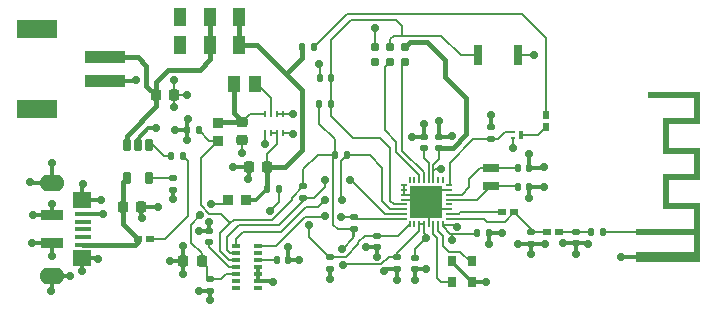
<source format=gtl>
%TF.GenerationSoftware,KiCad,Pcbnew,9.0.3*%
%TF.CreationDate,2025-09-07T14:34:17+02:00*%
%TF.ProjectId,LoTiBloxy,4c6f5469-426c-46f7-9879-2e6b69636164,rev?*%
%TF.SameCoordinates,Original*%
%TF.FileFunction,Copper,L1,Top*%
%TF.FilePolarity,Positive*%
%FSLAX46Y46*%
G04 Gerber Fmt 4.6, Leading zero omitted, Abs format (unit mm)*
G04 Created by KiCad (PCBNEW 9.0.3) date 2025-09-07 14:34:17*
%MOMM*%
%LPD*%
G01*
G04 APERTURE LIST*
G04 Aperture macros list*
%AMRoundRect*
0 Rectangle with rounded corners*
0 $1 Rounding radius*
0 $2 $3 $4 $5 $6 $7 $8 $9 X,Y pos of 4 corners*
0 Add a 4 corners polygon primitive as box body*
4,1,4,$2,$3,$4,$5,$6,$7,$8,$9,$2,$3,0*
0 Add four circle primitives for the rounded corners*
1,1,$1+$1,$2,$3*
1,1,$1+$1,$4,$5*
1,1,$1+$1,$6,$7*
1,1,$1+$1,$8,$9*
0 Add four rect primitives between the rounded corners*
20,1,$1+$1,$2,$3,$4,$5,0*
20,1,$1+$1,$4,$5,$6,$7,0*
20,1,$1+$1,$6,$7,$8,$9,0*
20,1,$1+$1,$8,$9,$2,$3,0*%
G04 Aperture macros list end*
%TA.AperFunction,EtchedComponent*%
%ADD10C,0.000000*%
%TD*%
%TA.AperFunction,SMDPad,CuDef*%
%ADD11R,3.403600X1.498600*%
%TD*%
%TA.AperFunction,SMDPad,CuDef*%
%ADD12R,3.505200X0.990600*%
%TD*%
%TA.AperFunction,ConnectorPad*%
%ADD13R,0.500000X0.500000*%
%TD*%
%TA.AperFunction,SMDPad,CuDef*%
%ADD14R,0.500000X0.900000*%
%TD*%
%TA.AperFunction,SMDPad,CuDef*%
%ADD15RoundRect,0.135000X-0.135000X-0.185000X0.135000X-0.185000X0.135000X0.185000X-0.135000X0.185000X0*%
%TD*%
%TA.AperFunction,SMDPad,CuDef*%
%ADD16R,0.939800X0.965200*%
%TD*%
%TA.AperFunction,SMDPad,CuDef*%
%ADD17RoundRect,0.140000X-0.170000X0.140000X-0.170000X-0.140000X0.170000X-0.140000X0.170000X0.140000X0*%
%TD*%
%TA.AperFunction,SMDPad,CuDef*%
%ADD18RoundRect,0.140000X0.140000X0.170000X-0.140000X0.170000X-0.140000X-0.170000X0.140000X-0.170000X0*%
%TD*%
%TA.AperFunction,SMDPad,CuDef*%
%ADD19RoundRect,0.225000X0.225000X0.250000X-0.225000X0.250000X-0.225000X-0.250000X0.225000X-0.250000X0*%
%TD*%
%TA.AperFunction,SMDPad,CuDef*%
%ADD20R,1.397000X0.698500*%
%TD*%
%TA.AperFunction,SMDPad,CuDef*%
%ADD21R,1.100000X1.420000*%
%TD*%
%TA.AperFunction,SMDPad,CuDef*%
%ADD22R,0.711200X0.558800*%
%TD*%
%TA.AperFunction,SMDPad,CuDef*%
%ADD23R,0.660400X0.609600*%
%TD*%
%TA.AperFunction,SMDPad,CuDef*%
%ADD24R,0.660400X0.399998*%
%TD*%
%TA.AperFunction,SMDPad,CuDef*%
%ADD25R,0.660400X0.400000*%
%TD*%
%TA.AperFunction,SMDPad,CuDef*%
%ADD26R,0.657700X0.400000*%
%TD*%
%TA.AperFunction,SMDPad,CuDef*%
%ADD27R,0.400000X0.250000*%
%TD*%
%TA.AperFunction,SMDPad,CuDef*%
%ADD28R,0.400000X0.700000*%
%TD*%
%TA.AperFunction,SMDPad,CuDef*%
%ADD29RoundRect,0.140000X-0.140000X-0.170000X0.140000X-0.170000X0.140000X0.170000X-0.140000X0.170000X0*%
%TD*%
%TA.AperFunction,SMDPad,CuDef*%
%ADD30RoundRect,0.150000X-0.150000X0.400000X-0.150000X-0.400000X0.150000X-0.400000X0.150000X0.400000X0*%
%TD*%
%TA.AperFunction,SMDPad,CuDef*%
%ADD31R,1.000000X1.600000*%
%TD*%
%TA.AperFunction,SMDPad,CuDef*%
%ADD32RoundRect,0.135000X-0.185000X0.135000X-0.185000X-0.135000X0.185000X-0.135000X0.185000X0.135000X0*%
%TD*%
%TA.AperFunction,SMDPad,CuDef*%
%ADD33RoundRect,0.225000X-0.250000X0.225000X-0.250000X-0.225000X0.250000X-0.225000X0.250000X0.225000X0*%
%TD*%
%TA.AperFunction,SMDPad,CuDef*%
%ADD34R,0.762000X0.965200*%
%TD*%
%TA.AperFunction,SMDPad,CuDef*%
%ADD35R,0.609600X0.660400*%
%TD*%
%TA.AperFunction,SMDPad,CuDef*%
%ADD36RoundRect,0.225000X-0.225000X-0.250000X0.225000X-0.250000X0.225000X0.250000X-0.225000X0.250000X0*%
%TD*%
%TA.AperFunction,ConnectorPad*%
%ADD37C,0.787400*%
%TD*%
%TA.AperFunction,SMDPad,CuDef*%
%ADD38R,0.253996X0.604900*%
%TD*%
%TA.AperFunction,SMDPad,CuDef*%
%ADD39R,0.254000X0.604900*%
%TD*%
%TA.AperFunction,SMDPad,CuDef*%
%ADD40RoundRect,0.140000X0.170000X-0.140000X0.170000X0.140000X-0.170000X0.140000X-0.170000X-0.140000X0*%
%TD*%
%TA.AperFunction,SMDPad,CuDef*%
%ADD41O,0.599999X0.200000*%
%TD*%
%TA.AperFunction,SMDPad,CuDef*%
%ADD42O,0.200000X0.599999*%
%TD*%
%TA.AperFunction,ComponentPad*%
%ADD43C,0.600000*%
%TD*%
%TA.AperFunction,SMDPad,CuDef*%
%ADD44R,2.799999X2.799999*%
%TD*%
%TA.AperFunction,SMDPad,CuDef*%
%ADD45R,1.371600X0.457200*%
%TD*%
%TA.AperFunction,SMDPad,CuDef*%
%ADD46R,1.371600X0.448601*%
%TD*%
%TA.AperFunction,SMDPad,CuDef*%
%ADD47R,1.371600X0.448600*%
%TD*%
%TA.AperFunction,SMDPad,CuDef*%
%ADD48R,1.371600X0.439998*%
%TD*%
%TA.AperFunction,ComponentPad*%
%ADD49O,2.108200X1.422400*%
%TD*%
%TA.AperFunction,SMDPad,CuDef*%
%ADD50R,1.549400X1.422400*%
%TD*%
%TA.AperFunction,SMDPad,CuDef*%
%ADD51R,1.905000X0.889000*%
%TD*%
%TA.AperFunction,SMDPad,CuDef*%
%ADD52RoundRect,0.135000X0.185000X-0.135000X0.185000X0.135000X-0.185000X0.135000X-0.185000X-0.135000X0*%
%TD*%
%TA.AperFunction,SMDPad,CuDef*%
%ADD53RoundRect,0.135000X0.135000X0.185000X-0.135000X0.185000X-0.135000X-0.185000X0.135000X-0.185000X0*%
%TD*%
%TA.AperFunction,SMDPad,CuDef*%
%ADD54R,0.800000X1.700000*%
%TD*%
%TA.AperFunction,SMDPad,CuDef*%
%ADD55R,0.965200X0.939800*%
%TD*%
%TA.AperFunction,ViaPad*%
%ADD56C,0.700000*%
%TD*%
%TA.AperFunction,Conductor*%
%ADD57C,0.200000*%
%TD*%
%TA.AperFunction,Conductor*%
%ADD58C,0.350000*%
%TD*%
%TA.AperFunction,Conductor*%
%ADD59C,0.400000*%
%TD*%
G04 APERTURE END LIST*
D10*
%TA.AperFunction,EtchedComponent*%
%TO.C,AE2*%
G36*
X137750000Y-92668196D02*
G01*
X135110000Y-92668196D01*
X135110000Y-94668196D01*
X137750000Y-94668196D01*
X137750000Y-97368196D01*
X135110000Y-97368196D01*
X135110000Y-99368196D01*
X137750000Y-99368196D01*
X137750000Y-104368196D01*
X132593215Y-104368196D01*
X132350000Y-104368196D01*
X132350000Y-103943352D01*
X132453957Y-103943352D01*
X132466065Y-103986015D01*
X132470419Y-103993927D01*
X132503203Y-104031870D01*
X132545605Y-104055938D01*
X132593215Y-104065779D01*
X132641622Y-104061043D01*
X132686416Y-104041381D01*
X132723186Y-104006441D01*
X132740092Y-103973549D01*
X132747982Y-103925463D01*
X132741408Y-103875878D01*
X132721313Y-103830568D01*
X132688643Y-103795308D01*
X132656417Y-103778414D01*
X132608158Y-103769974D01*
X132558632Y-103776505D01*
X132513447Y-103797064D01*
X132478213Y-103830707D01*
X132467600Y-103849318D01*
X132454700Y-103894833D01*
X132453957Y-103943352D01*
X132350000Y-103943352D01*
X132350000Y-103468196D01*
X137250000Y-103468196D01*
X137250000Y-102068196D01*
X132350000Y-102068196D01*
X132350000Y-101568196D01*
X137250000Y-101568196D01*
X137250000Y-99868196D01*
X134610000Y-99868196D01*
X134610000Y-96868196D01*
X137250000Y-96868196D01*
X137250000Y-95168196D01*
X134610000Y-95168196D01*
X134610000Y-92168196D01*
X137250000Y-92168196D01*
X137250000Y-90468196D01*
X133310000Y-90468196D01*
X133310000Y-89968196D01*
X137750000Y-89968196D01*
X137750000Y-92668196D01*
G37*
%TD.AperFunction*%
%TD*%
D11*
%TO.P,J2,4*%
%TO.N,N/C*%
X81605299Y-91350001D03*
%TO.P,J2,3*%
X81605299Y-84649999D03*
D12*
%TO.P,J2,2,2*%
%TO.N,GND*%
X87355300Y-89000001D03*
%TO.P,J2,1,1*%
%TO.N,/PowerSection/VBAT*%
X87355300Y-86999999D03*
%TD*%
D13*
%TO.P,AE2,1,A*%
%TO.N,/MCU/FEED*%
X132600000Y-101818196D03*
D14*
%TO.P,AE2,2,Shield*%
%TO.N,GND*%
X132600000Y-103918196D03*
%TD*%
D15*
%TO.P,R1,1*%
%TO.N,/VDD_1V8*%
X106805000Y-95300000D03*
%TO.P,R1,2*%
%TO.N,/SDA*%
X107825000Y-95300000D03*
%TD*%
D16*
%TO.P,FB1,1*%
%TO.N,/PowerSection/VOS*%
X96910000Y-92575700D03*
%TO.P,FB1,2*%
%TO.N,/VDD_1V8*%
X96910000Y-94074300D03*
%TD*%
D17*
%TO.P,C21,1*%
%TO.N,/MCU/batCheck*%
X110388192Y-102120000D03*
%TO.P,C21,2*%
%TO.N,GND*%
X110388192Y-103080000D03*
%TD*%
D18*
%TO.P,C7,1*%
%TO.N,/VDD_1V8*%
X95280000Y-93200000D03*
%TO.P,C7,2*%
%TO.N,GND*%
X94320000Y-93200000D03*
%TD*%
D17*
%TO.P,C13,1*%
%TO.N,/VDD_1V8*%
X113600000Y-103970000D03*
%TO.P,C13,2*%
%TO.N,GND*%
X113600000Y-104930000D03*
%TD*%
D19*
%TO.P,C10,1*%
%TO.N,/VSYS*%
X101054200Y-96316800D03*
%TO.P,C10,2*%
%TO.N,GND*%
X99504200Y-96316800D03*
%TD*%
D20*
%TO.P,XTAL1,1,1*%
%TO.N,/MCU/x32_Q2*%
X120015000Y-96399350D03*
%TO.P,XTAL1,2,2*%
%TO.N,/MCU/x32_Q1*%
X120015000Y-97910650D03*
%TD*%
D21*
%TO.P,L1,1,1*%
%TO.N,/PowerSection/SW*%
X100035000Y-89300000D03*
%TO.P,L1,2,2*%
%TO.N,/PowerSection/VOS*%
X98265000Y-89300000D03*
%TD*%
D22*
%TO.P,L5,1,1*%
%TO.N,/MCU/RFP*%
X124769300Y-101818196D03*
%TO.P,L5,2,2*%
%TO.N,/MCU/AntsCaps*%
X125810700Y-101818196D03*
%TD*%
D23*
%TO.P,D1,1,K*%
%TO.N,Net-(D1-K)*%
X91180273Y-102404419D03*
%TO.P,D1,2,A*%
%TO.N,/PowerSection/VBUS*%
X90138873Y-102404419D03*
%TD*%
D15*
%TO.P,R9,1*%
%TO.N,/VSYS*%
X104036400Y-86106000D03*
%TO.P,R9,2*%
%TO.N,Net-(D2-A)*%
X105056400Y-86106000D03*
%TD*%
D17*
%TO.P,C5,1*%
%TO.N,/MCU/AntsCaps*%
X127240000Y-101788196D03*
%TO.P,C5,2*%
%TO.N,GND*%
X127240000Y-102748196D03*
%TD*%
D24*
%TO.P,U1,1,SDA*%
%TO.N,/SDA*%
X98425000Y-102975001D03*
D25*
%TO.P,U1,2,SCL*%
%TO.N,/SCL*%
X98425000Y-103575000D03*
D24*
%TO.P,U1,3,LDO_EN*%
%TO.N,/VDD_1V8*%
X98425000Y-104175001D03*
D25*
%TO.P,U1,4,VLDO*%
%TO.N,/sensor/VLDO*%
X98425000Y-104775000D03*
%TO.P,U1,5,VLED*%
%TO.N,/VLED*%
X98425000Y-105375000D03*
%TO.P,U1,6,NC*%
%TO.N,unconnected-(U1-NC-Pad6)*%
X98425000Y-105975000D03*
%TO.P,U1,7,NC*%
%TO.N,unconnected-(U1-NC-Pad7)*%
X98425000Y-106575000D03*
%TO.P,U1,8,NC*%
%TO.N,unconnected-(U1-NC-Pad8)*%
X100330000Y-106575000D03*
%TO.P,U1,9,PGND*%
%TO.N,GND*%
X100330000Y-105975000D03*
%TO.P,U1,10,GND_DIG*%
X100330000Y-105375000D03*
D26*
%TO.P,U1,11,GND_ANA*%
X100331350Y-104775000D03*
D24*
%TO.P,U1,12,VREF*%
%TO.N,/sensor/VREF*%
X100330000Y-104175001D03*
D25*
%TO.P,U1,13,GPIO*%
%TO.N,unconnected-(U1-GPIO-Pad13)*%
X100330000Y-103575000D03*
D24*
%TO.P,U1,14,INTB*%
%TO.N,/INTB*%
X100330000Y-102975001D03*
%TD*%
D22*
%TO.P,L4,1,1*%
%TO.N,/MCU/RFN*%
X120919300Y-100118196D03*
%TO.P,L4,2,2*%
%TO.N,/MCU/RFP*%
X121960700Y-100118196D03*
%TD*%
D27*
%TO.P,Q1,1,G*%
%TO.N,/MCU/statusCtrl*%
X121900000Y-93375001D03*
D28*
%TO.P,Q1,2,D*%
%TO.N,Net-(D2-K)*%
X122600000Y-93600000D03*
D27*
%TO.P,Q1,3,S*%
%TO.N,GND*%
X121900000Y-93824999D03*
%TD*%
D29*
%TO.P,C15,1*%
%TO.N,/MCU/x32_Q2*%
X122285000Y-96355000D03*
%TO.P,C15,2*%
%TO.N,GND*%
X123245000Y-96355000D03*
%TD*%
%TO.P,C6,1*%
%TO.N,/MCU/AntsCaps*%
X128510000Y-101838196D03*
%TO.P,C6,2*%
%TO.N,/MCU/FEED*%
X129470000Y-101838196D03*
%TD*%
D30*
%TO.P,U4,1,STAT*%
%TO.N,/PowerSection/STAT*%
X91075000Y-94450000D03*
%TO.P,U4,2,VSS*%
%TO.N,GND*%
X90125000Y-94450000D03*
%TO.P,U4,3,VBAT*%
%TO.N,/PowerSection/VBAT*%
X89175000Y-94450000D03*
%TO.P,U4,4,VDD*%
%TO.N,/PowerSection/VBUS*%
X89175000Y-97250000D03*
%TO.P,U4,5,PROG*%
%TO.N,/PowerSection/PROG*%
X91075000Y-97250000D03*
%TD*%
D31*
%TO.P,S3,1,1*%
%TO.N,/VSYS*%
X98700000Y-86000000D03*
%TO.P,S3,1.1,1*%
X98700000Y-83600000D03*
%TO.P,S3,2,2*%
%TO.N,/PowerSection/VBAT*%
X96200000Y-86000000D03*
%TO.P,S3,2.1,2*%
X96200000Y-83600000D03*
%TO.P,S3,3,3*%
%TO.N,unconnected-(S3-Pad3)*%
X93700000Y-86000000D03*
%TO.P,S3,3.1,3*%
%TO.N,unconnected-(S3-3-Pad3.1)*%
X93700000Y-83600000D03*
%TD*%
D19*
%TO.P,C2,1*%
%TO.N,/VLED*%
X95525000Y-104250000D03*
%TO.P,C2,2*%
%TO.N,GND*%
X93975000Y-104250000D03*
%TD*%
D18*
%TO.P,C19,1*%
%TO.N,/MCU/nRESET*%
X106480000Y-88800000D03*
%TO.P,C19,2*%
%TO.N,GND*%
X105520000Y-88800000D03*
%TD*%
D32*
%TO.P,R7,1*%
%TO.N,/MCU/batCheck*%
X106400000Y-103890000D03*
%TO.P,R7,2*%
%TO.N,GND*%
X106400000Y-104910000D03*
%TD*%
D15*
%TO.P,R4,1*%
%TO.N,/VDD_1V8*%
X105490000Y-91000000D03*
%TO.P,R4,2*%
%TO.N,/MCU/nRESET*%
X106510000Y-91000000D03*
%TD*%
D33*
%TO.P,C11,1*%
%TO.N,/PowerSection/VOS*%
X98960000Y-92475000D03*
%TO.P,C11,2*%
%TO.N,GND*%
X98960000Y-94025000D03*
%TD*%
D17*
%TO.P,C20,1*%
%TO.N,/VLED*%
X96274700Y-105811600D03*
%TO.P,C20,2*%
%TO.N,GND*%
X96274700Y-106771600D03*
%TD*%
D34*
%TO.P,XTAL2,1,1*%
%TO.N,/MCU/x24_P*%
X118450001Y-104297401D03*
%TO.P,XTAL2,2,2*%
%TO.N,GND*%
X116749999Y-104297401D03*
%TO.P,XTAL2,3,3*%
%TO.N,/MCU/x24_N*%
X116749999Y-106050001D03*
%TO.P,XTAL2,4,4*%
%TO.N,GND*%
X118450001Y-106050001D03*
%TD*%
D35*
%TO.P,D2,1,K*%
%TO.N,Net-(D2-K)*%
X124690000Y-92943196D03*
%TO.P,D2,2,A*%
%TO.N,Net-(D2-A)*%
X124690000Y-91901796D03*
%TD*%
D36*
%TO.P,C18,1*%
%TO.N,/PowerSection/VBAT*%
X91625000Y-90200000D03*
%TO.P,C18,2*%
%TO.N,GND*%
X93175000Y-90200000D03*
%TD*%
D37*
%TO.P,J1,1,VCC*%
%TO.N,/VDD_1V8*%
X112730000Y-86165000D03*
%TO.P,J1,2,SWDIO*%
%TO.N,/MCU/TMS*%
X112730000Y-87435000D03*
%TO.P,J1,3,~{RESET}*%
%TO.N,/MCU/nRESET*%
X111460000Y-86165000D03*
%TO.P,J1,4,SWCLK*%
%TO.N,/MCU/TCK*%
X111460000Y-87435000D03*
%TO.P,J1,5,GND*%
%TO.N,GND*%
X110190000Y-86165000D03*
%TO.P,J1,6,SWO*%
%TO.N,unconnected-(J1-SWO-Pad6)*%
X110190000Y-87435000D03*
%TD*%
D38*
%TO.P,U3,1,GND*%
%TO.N,GND*%
X100900001Y-93452450D03*
D39*
%TO.P,U3,2,VIN*%
%TO.N,/VSYS*%
X101400000Y-93452450D03*
%TO.P,U3,3,MODE*%
X101900000Y-93452450D03*
D38*
%TO.P,U3,4,EN*%
%TO.N,GND*%
X102399999Y-93452450D03*
D39*
%TO.P,U3,5,VSET*%
X102400001Y-91847550D03*
%TO.P,U3,6,STOP*%
X101900000Y-91847550D03*
%TO.P,U3,7,SW*%
%TO.N,/PowerSection/SW*%
X101400000Y-91847550D03*
D38*
%TO.P,U3,8,VOS*%
%TO.N,/PowerSection/VOS*%
X100900001Y-91847550D03*
%TD*%
D32*
%TO.P,R6,1*%
%TO.N,/PowerSection/PROG*%
X93088873Y-97269419D03*
%TO.P,R6,2*%
%TO.N,GND*%
X93088873Y-98289419D03*
%TD*%
D40*
%TO.P,C8,1*%
%TO.N,/VDD_1V8*%
X115640000Y-94698196D03*
%TO.P,C8,2*%
%TO.N,GND*%
X115640000Y-93738196D03*
%TD*%
D32*
%TO.P,R2,1*%
%TO.N,/VDD_1V8*%
X104140000Y-97915000D03*
%TO.P,R2,2*%
%TO.N,/SCL*%
X104140000Y-98935000D03*
%TD*%
D36*
%TO.P,C12,1*%
%TO.N,/PowerSection/VBUS*%
X88875000Y-99650000D03*
%TO.P,C12,2*%
%TO.N,GND*%
X90425000Y-99650000D03*
%TD*%
D40*
%TO.P,C1,1*%
%TO.N,/sensor/VLDO*%
X96174700Y-102691600D03*
%TO.P,C1,2*%
%TO.N,GND*%
X96174700Y-101731600D03*
%TD*%
D41*
%TO.P,U2,1,RF_P*%
%TO.N,/MCU/RFP*%
X116439999Y-100668198D03*
%TO.P,U2,2,RF_N*%
%TO.N,/MCU/RFN*%
X116439999Y-100268197D03*
%TO.P,U2,3,VSS*%
%TO.N,GND*%
X116439999Y-99868197D03*
%TO.P,U2,4,RX_TX*%
%TO.N,unconnected-(U2-RX_TX-Pad4)*%
X116439999Y-99468198D03*
%TO.P,U2,5,X32K_Q1*%
%TO.N,/MCU/x32_Q1*%
X116439999Y-99068196D03*
%TO.P,U2,6,X32K_Q2*%
%TO.N,/MCU/x32_Q2*%
X116439999Y-98668197D03*
%TO.P,U2,7,VSS*%
%TO.N,GND*%
X116439999Y-98268198D03*
%TO.P,U2,8,DIO_0*%
%TO.N,/MCU/statusCtrl*%
X116439999Y-97868196D03*
D42*
%TO.P,U2,9,DIO_1*%
%TO.N,unconnected-(U2-DIO_1-Pad9)*%
X115940000Y-97368197D03*
%TO.P,U2,10,DIO_2*%
%TO.N,unconnected-(U2-DIO_2-Pad10)*%
X115539998Y-97368197D03*
%TO.P,U2,11,VDDS2*%
%TO.N,/VDD_1V8*%
X115139999Y-97368197D03*
%TO.P,U2,12,DCOUPL*%
%TO.N,/MCU/DCOUPL*%
X114740000Y-97368197D03*
%TO.P,U2,13,JTAG_TMSC*%
%TO.N,/MCU/TMS*%
X114339998Y-97368197D03*
%TO.P,U2,14,JTAG_TCKC*%
%TO.N,/MCU/TCK*%
X113939999Y-97368197D03*
%TO.P,U2,15,DIO_3*%
%TO.N,unconnected-(U2-DIO_3-Pad15)*%
X113539999Y-97368197D03*
%TO.P,U2,16,DIO_4*%
%TO.N,unconnected-(U2-DIO_4-Pad16)*%
X113139998Y-97368197D03*
D41*
%TO.P,U2,17,VSS*%
%TO.N,GND*%
X112640001Y-97868196D03*
%TO.P,U2,18,DCDC_SW*%
X112640001Y-98268198D03*
%TO.P,U2,19,VDDS_DCDC*%
X112640001Y-98668197D03*
%TO.P,U2,20,VSS*%
X112640001Y-99068196D03*
%TO.P,U2,21,RESET_N*%
%TO.N,/MCU/nRESET*%
X112640001Y-99468198D03*
%TO.P,U2,22,DIO_5*%
%TO.N,/SDA*%
X112640001Y-99868197D03*
%TO.P,U2,23,DIO_6*%
%TO.N,/SCL*%
X112640001Y-100268197D03*
%TO.P,U2,24,DIO_7*%
%TO.N,/INTB*%
X112640001Y-100668198D03*
D42*
%TO.P,U2,25,DIO_8*%
%TO.N,/MCU/batCheck*%
X113139998Y-101168195D03*
%TO.P,U2,26,DIO_9*%
%TO.N,unconnected-(U2-DIO_9-Pad26)*%
X113539999Y-101168195D03*
%TO.P,U2,27,VDDS*%
%TO.N,/VDD_1V8*%
X113939999Y-101168195D03*
%TO.P,U2,28,VDDR*%
X114339998Y-101168195D03*
%TO.P,U2,29,VSS*%
%TO.N,GND*%
X114740000Y-101168195D03*
%TO.P,U2,30,X24M_N*%
%TO.N,/MCU/x24_N*%
X115139999Y-101168195D03*
%TO.P,U2,31,X24M_P*%
%TO.N,/MCU/x24_P*%
X115539998Y-101168195D03*
%TO.P,U2,32,VDDR_RF*%
%TO.N,/VDD_1V8*%
X115940000Y-101168195D03*
D43*
%TO.P,U2,33,EGP*%
%TO.N,GND*%
X115565000Y-99268196D03*
X114540000Y-100318196D03*
X114540000Y-98218196D03*
X114539997Y-99268196D03*
D44*
X114539997Y-99268196D03*
D43*
X113465000Y-99268196D03*
%TD*%
D17*
%TO.P,C9,1*%
%TO.N,/VDD_1V8*%
X112065000Y-103938196D03*
%TO.P,C9,2*%
%TO.N,GND*%
X112065000Y-104898196D03*
%TD*%
D45*
%TO.P,J3,1,VBUS*%
%TO.N,/PowerSection/VBUS*%
X85493500Y-102875000D03*
D46*
%TO.P,J3,2,D-*%
%TO.N,unconnected-(J3-D--Pad2)*%
X85493500Y-102220699D03*
D47*
%TO.P,J3,3,D+*%
%TO.N,unconnected-(J3-D+-Pad3)*%
X85493500Y-101570700D03*
D48*
%TO.P,J3,4,ID*%
%TO.N,unconnected-(J3-ID-Pad4)*%
X85493500Y-100925001D03*
D45*
%TO.P,J3,5,GND*%
%TO.N,GND*%
X85493500Y-100275000D03*
D49*
%TO.P,J3,6,Shield*%
X82829299Y-97625000D03*
D50*
X85404600Y-99112501D03*
D51*
X82829299Y-100387500D03*
X82829299Y-102762500D03*
D50*
X85404600Y-104037499D03*
D49*
X82829299Y-105525000D03*
%TD*%
D29*
%TO.P,C14,1*%
%TO.N,/VDD_1V8*%
X118885000Y-101918196D03*
%TO.P,C14,2*%
%TO.N,GND*%
X119845000Y-101918196D03*
%TD*%
%TO.P,C3,1*%
%TO.N,/sensor/VREF*%
X101920000Y-104200000D03*
%TO.P,C3,2*%
%TO.N,GND*%
X102880000Y-104200000D03*
%TD*%
%TO.P,C16,1*%
%TO.N,/MCU/x32_Q1*%
X122285000Y-97955000D03*
%TO.P,C16,2*%
%TO.N,GND*%
X123245000Y-97955000D03*
%TD*%
D52*
%TO.P,R10,1*%
%TO.N,/MCU/statusCtrl*%
X120000000Y-93968197D03*
%TO.P,R10,2*%
%TO.N,GND*%
X120000000Y-92948197D03*
%TD*%
%TO.P,R3,1*%
%TO.N,/VDD_1V8*%
X108407200Y-101551200D03*
%TO.P,R3,2*%
%TO.N,/INTB*%
X108407200Y-100531200D03*
%TD*%
D15*
%TO.P,R8,1*%
%TO.N,/VSYS*%
X101039200Y-98196400D03*
%TO.P,R8,2*%
%TO.N,/MCU/batCheck*%
X102059200Y-98196400D03*
%TD*%
D17*
%TO.P,C4,1*%
%TO.N,/MCU/RFP*%
X123390000Y-101838196D03*
%TO.P,C4,2*%
%TO.N,GND*%
X123390000Y-102798196D03*
%TD*%
D53*
%TO.P,R5,1*%
%TO.N,Net-(D1-K)*%
X93973873Y-95379419D03*
%TO.P,R5,2*%
%TO.N,/PowerSection/STAT*%
X92953873Y-95379419D03*
%TD*%
D54*
%TO.P,S1,1*%
%TO.N,/MCU/nRESET*%
X118900000Y-86800000D03*
%TO.P,S1,2*%
%TO.N,GND*%
X122300000Y-86800000D03*
%TD*%
D55*
%TO.P,FB2,1*%
%TO.N,/VSYS*%
X99299300Y-99100000D03*
%TO.P,FB2,2*%
%TO.N,/VLED*%
X97800700Y-99100000D03*
%TD*%
D40*
%TO.P,C17,1*%
%TO.N,/MCU/DCOUPL*%
X114340000Y-94698196D03*
%TO.P,C17,2*%
%TO.N,GND*%
X114340000Y-93738196D03*
%TD*%
D56*
%TO.N,GND*%
X96174700Y-100975300D03*
X95325000Y-101750000D03*
X92850000Y-104250000D03*
X84375000Y-105525000D03*
X124495000Y-97955000D03*
X85450000Y-97750000D03*
X87050000Y-99100000D03*
X120000000Y-91875000D03*
X91650000Y-93000000D03*
X96250000Y-107600000D03*
X95321600Y-106771600D03*
X113300000Y-93738196D03*
X106400000Y-105750000D03*
X126150000Y-102725000D03*
X114525000Y-104925000D03*
X120950000Y-101900000D03*
X131075000Y-103900000D03*
X111000000Y-105150000D03*
X98166800Y-96316800D03*
X103775000Y-104200000D03*
X115640000Y-92410000D03*
X82850000Y-95950000D03*
X123700000Y-86800000D03*
X124500000Y-96300000D03*
X100875000Y-94350000D03*
X93200000Y-91200000D03*
X90450000Y-100600000D03*
X116700000Y-93700000D03*
X102880000Y-103105000D03*
X93175000Y-88975000D03*
X123250000Y-95200000D03*
X94300000Y-94000000D03*
X114350000Y-92700000D03*
X99475000Y-97325000D03*
X119585000Y-106050001D03*
X119845000Y-102795000D03*
X124600000Y-102800000D03*
X90000000Y-88975000D03*
X93250000Y-93200000D03*
X98960000Y-95140000D03*
X81225000Y-100375000D03*
X112050000Y-105850000D03*
X82850000Y-103850000D03*
X128250000Y-102800000D03*
X93088873Y-99038873D03*
X87200000Y-100250000D03*
X93975000Y-105374400D03*
X82800000Y-106825000D03*
X82850000Y-99400000D03*
X105475000Y-87600000D03*
X123245000Y-98895000D03*
X110375000Y-103896400D03*
X81200000Y-102700000D03*
X86732618Y-104056948D03*
X94350000Y-92250000D03*
X110175000Y-84575000D03*
X127250000Y-103650000D03*
X122301804Y-102798196D03*
X121900000Y-94700000D03*
X91850000Y-99650000D03*
X103250000Y-91850000D03*
X123390000Y-103640000D03*
X101600000Y-106000000D03*
X85400000Y-105150000D03*
X93975000Y-102991294D03*
X94300000Y-90200000D03*
X103250000Y-93475000D03*
X113600000Y-105850000D03*
X109480000Y-103080000D03*
X81000000Y-97600000D03*
%TO.N,/VLED*%
X95376600Y-100406600D03*
X96331902Y-99451298D03*
%TO.N,/VDD_1V8*%
X117150000Y-101400000D03*
X114550000Y-102300000D03*
X116725000Y-102500000D03*
X107500000Y-104565000D03*
X115800000Y-96450000D03*
X107450000Y-103215000D03*
%TO.N,/MCU/batCheck*%
X104650000Y-101200000D03*
X101281475Y-100025000D03*
%TO.N,/SDA*%
X106000000Y-99100000D03*
X107430000Y-99100000D03*
%TO.N,/SCL*%
X105950000Y-97375000D03*
X108090000Y-97400000D03*
%TO.N,/INTB*%
X106000000Y-100475000D03*
X107354000Y-100500000D03*
%TD*%
D57*
%TO.N,/MCU/statusCtrl*%
X116575000Y-97733195D02*
X116439999Y-97868196D01*
X116575000Y-95931195D02*
X116575000Y-97733195D01*
X118537998Y-93968197D02*
X116575000Y-95931195D01*
X120000000Y-93968197D02*
X118537998Y-93968197D01*
%TO.N,/MCU/RFN*%
X117431804Y-100118196D02*
X120919300Y-100118196D01*
X117281803Y-100268197D02*
X117431804Y-100118196D01*
X116439999Y-100268197D02*
X117281803Y-100268197D01*
%TO.N,/SCL*%
X111083797Y-100268197D02*
X112640001Y-100268197D01*
X108090000Y-97400000D02*
X108215600Y-97400000D01*
X108215600Y-97400000D02*
X111083797Y-100268197D01*
%TO.N,/VDD_1V8*%
X107051200Y-101551200D02*
X108407200Y-101551200D01*
X106675000Y-101175000D02*
X107051200Y-101551200D01*
X106675000Y-95430000D02*
X106675000Y-101175000D01*
X106805000Y-95300000D02*
X106675000Y-95430000D01*
%TO.N,/INTB*%
X105975000Y-100500000D02*
X104300000Y-100500000D01*
X106000000Y-100475000D02*
X105975000Y-100500000D01*
X104300000Y-100500000D02*
X101824999Y-102975001D01*
X101824999Y-102975001D02*
X100330000Y-102975001D01*
%TO.N,/SCL*%
X105950000Y-98025000D02*
X105040000Y-98935000D01*
X105950000Y-97375000D02*
X105950000Y-98025000D01*
X105040000Y-98935000D02*
X104140000Y-98935000D01*
%TO.N,/SDA*%
X98425000Y-102425000D02*
X98425000Y-102975001D01*
X99050000Y-101800000D02*
X98425000Y-102425000D01*
X105379600Y-99720400D02*
X104343200Y-99720400D01*
X104343200Y-99720400D02*
X102263600Y-101800000D01*
X106000000Y-99100000D02*
X105379600Y-99720400D01*
X102263600Y-101800000D02*
X99050000Y-101800000D01*
%TO.N,/VDD_1V8*%
X116941600Y-101193600D02*
X115965405Y-101193600D01*
X117148000Y-101400000D02*
X116941600Y-101193600D01*
X117150000Y-101400000D02*
X117148000Y-101400000D01*
X115965405Y-101193600D02*
X115940000Y-101168195D01*
X116550000Y-101950000D02*
X115940000Y-101340000D01*
X118853196Y-101950000D02*
X116550000Y-101950000D01*
X118885000Y-101918196D02*
X118853196Y-101950000D01*
X115940000Y-101340000D02*
X115940000Y-101168195D01*
X116750000Y-102288527D02*
X116750000Y-101918196D01*
X116825000Y-102363527D02*
X116750000Y-102288527D01*
X116825000Y-102400000D02*
X116825000Y-102363527D01*
X116725000Y-102500000D02*
X116825000Y-102400000D01*
X103150000Y-99100000D02*
X103150000Y-98905000D01*
X101500000Y-100750000D02*
X103150000Y-99100000D01*
X103150000Y-98905000D02*
X104140000Y-97915000D01*
X97950000Y-101050000D02*
X98250000Y-100750000D01*
X98250000Y-100750000D02*
X101500000Y-100750000D01*
X111362475Y-103938196D02*
X112065000Y-103938196D01*
X110754271Y-104546400D02*
X111362475Y-103938196D01*
X107518600Y-104546400D02*
X110754271Y-104546400D01*
X107500000Y-104565000D02*
X107518600Y-104546400D01*
D58*
%TO.N,GND*%
X111301804Y-104898196D02*
X112065000Y-104898196D01*
X111290863Y-104909137D02*
X111301804Y-104898196D01*
X111240863Y-104909137D02*
X111290863Y-104909137D01*
X111000000Y-105150000D02*
X111240863Y-104909137D01*
X96200000Y-100950000D02*
X96174700Y-100975300D01*
X96174700Y-101731600D02*
X96174700Y-100975300D01*
X95343400Y-101731600D02*
X95325000Y-101750000D01*
X96174700Y-101731600D02*
X95343400Y-101731600D01*
D57*
%TO.N,/VLED*%
X95525000Y-103620640D02*
X95525000Y-104250000D01*
X94600000Y-102695640D02*
X95525000Y-103620640D01*
X95376600Y-100406600D02*
X94600000Y-101183200D01*
X94600000Y-101183200D02*
X94600000Y-102695640D01*
%TO.N,/MCU/x24_P*%
X118215599Y-104297401D02*
X118450001Y-104297401D01*
X117431999Y-103513801D02*
X118215599Y-104297401D01*
X116000000Y-103000000D02*
X116513801Y-103513801D01*
X116513801Y-103513801D02*
X117431999Y-103513801D01*
X115539998Y-101689998D02*
X116000000Y-102150000D01*
X116000000Y-102150000D02*
X116000000Y-103000000D01*
X115539998Y-101168195D02*
X115539998Y-101689998D01*
%TO.N,/MCU/x24_N*%
X115444600Y-105715505D02*
X115779096Y-106050001D01*
X115484800Y-104097000D02*
X115444600Y-104137200D01*
X115139999Y-101989999D02*
X115484800Y-102334800D01*
X115779096Y-106050001D02*
X116749999Y-106050001D01*
X115139999Y-101168195D02*
X115139999Y-101989999D01*
X115484800Y-102334800D02*
X115484800Y-104097000D01*
X115444600Y-104137200D02*
X115444600Y-105715505D01*
%TO.N,/VDD_1V8*%
X113600000Y-103250000D02*
X114550000Y-102300000D01*
X113600000Y-103970000D02*
X113600000Y-103250000D01*
X114550000Y-102110002D02*
X114339998Y-101900000D01*
X114550000Y-102300000D02*
X114550000Y-102110002D01*
X114339998Y-101900000D02*
X114339998Y-101168195D01*
X113939999Y-101710001D02*
X113939999Y-101168195D01*
X112065000Y-103585000D02*
X113939999Y-101710001D01*
X112065000Y-103938196D02*
X112065000Y-103585000D01*
%TO.N,/MCU/FEED*%
X129490000Y-101818196D02*
X129470000Y-101838196D01*
X132600000Y-101818196D02*
X129490000Y-101818196D01*
%TO.N,/sensor/VLDO*%
X96174700Y-103085501D02*
X97864199Y-104775000D01*
X97864199Y-104775000D02*
X98425000Y-104775000D01*
X96174700Y-102691600D02*
X96174700Y-103085501D01*
D58*
%TO.N,GND*%
X118450001Y-106050001D02*
X119585000Y-106050001D01*
X82829299Y-105525000D02*
X84375000Y-105525000D01*
X90425000Y-99650000D02*
X91850000Y-99650000D01*
X123390000Y-102798196D02*
X124598196Y-102798196D01*
D57*
X100900001Y-93452450D02*
X100900001Y-94324999D01*
D58*
X112065000Y-105835000D02*
X112050000Y-105850000D01*
X103740000Y-104165000D02*
X103775000Y-104200000D01*
D57*
X113939998Y-98668197D02*
X114539997Y-99268196D01*
D58*
X101625000Y-105975000D02*
X101600000Y-106000000D01*
X90125000Y-94450000D02*
X90125000Y-93900001D01*
X109450000Y-103050000D02*
X109480000Y-103080000D01*
D57*
X93175000Y-90200000D02*
X94300000Y-90200000D01*
D58*
X95321600Y-106771600D02*
X95300000Y-106750000D01*
X119845000Y-101918196D02*
X119845000Y-102795000D01*
X82829299Y-99420701D02*
X82850000Y-99400000D01*
X114520000Y-104930000D02*
X114525000Y-104925000D01*
X100331350Y-104775000D02*
X100331350Y-105373650D01*
X91025001Y-93000000D02*
X91650000Y-93000000D01*
X123250000Y-98900000D02*
X123245000Y-98895000D01*
D57*
X112640001Y-98268198D02*
X112640001Y-98668197D01*
D58*
X120000000Y-91850000D02*
X120000000Y-91875000D01*
X82829299Y-97625000D02*
X81025000Y-97625000D01*
X113600000Y-105850000D02*
X113600000Y-104930000D01*
X123390000Y-102798196D02*
X123390000Y-103640000D01*
X87175000Y-100275000D02*
X87200000Y-100250000D01*
X124598196Y-102798196D02*
X124600000Y-102800000D01*
D57*
X102399999Y-93452450D02*
X103227450Y-93452450D01*
D58*
X106400000Y-104910000D02*
X106400000Y-105750000D01*
X94320000Y-92280000D02*
X94350000Y-92250000D01*
X85404600Y-99112501D02*
X85404600Y-97795400D01*
D57*
X103227450Y-93452450D02*
X103250000Y-93475000D01*
D58*
X120931804Y-101918196D02*
X120950000Y-101900000D01*
X93966600Y-104241600D02*
X93975000Y-104250000D01*
X96274700Y-106771600D02*
X96274700Y-107575300D01*
X128198196Y-102748196D02*
X128250000Y-102800000D01*
X90125000Y-93900001D02*
X91025001Y-93000000D01*
X116749999Y-104297401D02*
X116749999Y-104349999D01*
D57*
X116439999Y-99868197D02*
X115139998Y-99868197D01*
D58*
X131075000Y-103900000D02*
X131093196Y-103918196D01*
D57*
X112640001Y-97868196D02*
X112640001Y-98268198D01*
X110190000Y-86165000D02*
X110190000Y-84590000D01*
D58*
X99504200Y-97295800D02*
X99475000Y-97325000D01*
X123245000Y-97955000D02*
X124495000Y-97955000D01*
X94320000Y-93980000D02*
X94300000Y-94000000D01*
X90425000Y-100575000D02*
X90450000Y-100600000D01*
X82829299Y-106795701D02*
X82800000Y-106825000D01*
D57*
X116439999Y-98268198D02*
X114590002Y-98268198D01*
D58*
X94320000Y-93200000D02*
X94320000Y-92280000D01*
X87355300Y-89000001D02*
X89974999Y-89000001D01*
X100330000Y-105375000D02*
X100330000Y-105975000D01*
X86739566Y-104050000D02*
X86732618Y-104056948D01*
X102880000Y-104165000D02*
X103740000Y-104165000D01*
D57*
X112640001Y-99068196D02*
X113265000Y-99068196D01*
D58*
X85404600Y-97795400D02*
X85450000Y-97750000D01*
X85404600Y-105145400D02*
X85400000Y-105150000D01*
X127240000Y-102748196D02*
X126173196Y-102748196D01*
X85404600Y-104037499D02*
X85404600Y-105145400D01*
X93975000Y-102991294D02*
X93975000Y-104250000D01*
X110388192Y-103080000D02*
X109480000Y-103080000D01*
D57*
X105520000Y-87645000D02*
X105475000Y-87600000D01*
D58*
X86737499Y-104037499D02*
X86750000Y-104050000D01*
D57*
X98950000Y-95150000D02*
X98960000Y-95140000D01*
X121900000Y-93824999D02*
X121900000Y-94700000D01*
D58*
X122300000Y-102800000D02*
X122301804Y-102798196D01*
X82829299Y-100387500D02*
X81237500Y-100387500D01*
X127240000Y-102748196D02*
X128198196Y-102748196D01*
X82829299Y-100387500D02*
X82829299Y-99420701D01*
X85404600Y-104037499D02*
X86737499Y-104037499D01*
X81262500Y-102762500D02*
X81200000Y-102700000D01*
X123245000Y-96355000D02*
X123245000Y-95205000D01*
D57*
X110190000Y-84590000D02*
X110175000Y-84575000D01*
D58*
X85404600Y-99112501D02*
X87037499Y-99112501D01*
D57*
X112640001Y-98668197D02*
X113939998Y-98668197D01*
D58*
X124500000Y-97950000D02*
X124495000Y-97955000D01*
X127240000Y-102748196D02*
X127240000Y-103640000D01*
X93100000Y-99050000D02*
X93088873Y-99038873D01*
X110388192Y-103883208D02*
X110375000Y-103896400D01*
D57*
X102400001Y-91847550D02*
X103247550Y-91847550D01*
D58*
X99504200Y-96316800D02*
X98166800Y-96316800D01*
X123245000Y-97955000D02*
X123245000Y-98895000D01*
X94320000Y-93200000D02*
X93250000Y-93200000D01*
X89974999Y-89000001D02*
X90000000Y-88975000D01*
X115650000Y-92400000D02*
X115640000Y-92410000D01*
D57*
X115139998Y-99868197D02*
X114539997Y-99268196D01*
D58*
X123245000Y-95205000D02*
X123250000Y-95200000D01*
D57*
X98960000Y-94025000D02*
X98960000Y-95140000D01*
D58*
X99504200Y-96316800D02*
X99504200Y-97295800D01*
X93300000Y-104250000D02*
X93308400Y-104241600D01*
D57*
X93175000Y-91175000D02*
X93200000Y-91200000D01*
D58*
X96274700Y-107575300D02*
X96250000Y-107600000D01*
X114340000Y-92710000D02*
X114350000Y-92700000D01*
D57*
X93175000Y-90200000D02*
X93175000Y-88975000D01*
D58*
X81025000Y-97625000D02*
X81000000Y-97600000D01*
X92850000Y-104250000D02*
X93300000Y-104250000D01*
D57*
X113265000Y-99068196D02*
X113465000Y-99268196D01*
D58*
X93308400Y-104241600D02*
X93966600Y-104241600D01*
X120000000Y-92948197D02*
X120000000Y-91850000D01*
D57*
X114740000Y-101168195D02*
X114740000Y-100518196D01*
X101900000Y-91847550D02*
X102400001Y-91847550D01*
D58*
X115640000Y-93738196D02*
X115640000Y-92410000D01*
X96274700Y-106771600D02*
X95321600Y-106771600D01*
X131093196Y-103918196D02*
X132600000Y-103918196D01*
D57*
X100900001Y-94324999D02*
X100875000Y-94350000D01*
D58*
X123390000Y-102798196D02*
X122301804Y-102798196D01*
X100330000Y-105975000D02*
X101625000Y-105975000D01*
X82829299Y-97625000D02*
X82829299Y-95970701D01*
X86750000Y-104050000D02*
X86739566Y-104050000D01*
X82850000Y-103850000D02*
X82829299Y-103829299D01*
D57*
X103247550Y-91847550D02*
X103250000Y-91850000D01*
D58*
X98150000Y-96300000D02*
X98166800Y-96316800D01*
X90425000Y-99650000D02*
X90425000Y-100575000D01*
D57*
X122300000Y-86800000D02*
X123700000Y-86800000D01*
D58*
X93088873Y-98289419D02*
X93088873Y-99038873D01*
D57*
X93175000Y-90200000D02*
X93175000Y-91175000D01*
D58*
X123400000Y-103650000D02*
X123390000Y-103640000D01*
X82829299Y-102762500D02*
X81262500Y-102762500D01*
X114340000Y-93738196D02*
X113300000Y-93738196D01*
X126173196Y-102748196D02*
X126150000Y-102725000D01*
D57*
X114590002Y-98268198D02*
X114540000Y-98218196D01*
D58*
X123245000Y-96355000D02*
X124445000Y-96355000D01*
X81237500Y-100387500D02*
X81225000Y-100375000D01*
X114340000Y-93738196D02*
X114340000Y-92710000D01*
X115640000Y-93738196D02*
X116661804Y-93738196D01*
X82829299Y-95970701D02*
X82850000Y-95950000D01*
X94320000Y-93200000D02*
X94320000Y-93980000D01*
X102880000Y-104165000D02*
X102880000Y-103105000D01*
X124445000Y-96355000D02*
X124500000Y-96300000D01*
X84400000Y-105550000D02*
X84375000Y-105525000D01*
D57*
X105520000Y-88800000D02*
X105520000Y-87645000D01*
D58*
X116749999Y-104349999D02*
X118450001Y-106050001D01*
X82829299Y-105525000D02*
X82829299Y-106795701D01*
X87037499Y-99112501D02*
X87050000Y-99100000D01*
X127240000Y-103640000D02*
X127250000Y-103650000D01*
X112065000Y-104898196D02*
X112065000Y-105835000D01*
X119850000Y-102800000D02*
X119845000Y-102795000D01*
X93975000Y-105374400D02*
X93975000Y-104250000D01*
X100331350Y-105373650D02*
X100330000Y-105375000D01*
X82829299Y-103829299D02*
X82829299Y-102762500D01*
X113600000Y-104930000D02*
X114520000Y-104930000D01*
X116661804Y-93738196D02*
X116700000Y-93700000D01*
X119845000Y-101918196D02*
X120931804Y-101918196D01*
X85493500Y-100275000D02*
X87175000Y-100275000D01*
D57*
X114740000Y-100518196D02*
X114540000Y-100318196D01*
D58*
X110388192Y-103080000D02*
X110388192Y-103883208D01*
D57*
%TO.N,/VLED*%
X96331902Y-99451298D02*
X96363200Y-99420000D01*
X97147100Y-105811600D02*
X97583701Y-105374999D01*
X96024700Y-104749700D02*
X96024700Y-105561600D01*
X95525000Y-104250000D02*
X96024700Y-104749700D01*
X97480700Y-99420000D02*
X97800700Y-99100000D01*
X96024700Y-105561600D02*
X96274700Y-105811600D01*
X96274700Y-105811600D02*
X97147100Y-105811600D01*
X97583701Y-105374999D02*
X98425000Y-105374999D01*
X96363200Y-99420000D02*
X97480700Y-99420000D01*
%TO.N,/sensor/VREF*%
X101895001Y-104175001D02*
X101920000Y-104200000D01*
X100330000Y-104175001D02*
X101895001Y-104175001D01*
%TO.N,/MCU/RFP*%
X116439999Y-100668198D02*
X119465002Y-100668198D01*
X119715000Y-100918196D02*
X121190000Y-100918196D01*
X121960700Y-100147496D02*
X121960700Y-100118196D01*
X121190000Y-100918196D02*
X121960700Y-100147496D01*
X124769300Y-101818196D02*
X123410000Y-101818196D01*
X123390000Y-101838196D02*
X123390000Y-101547496D01*
X123410000Y-101818196D02*
X123390000Y-101838196D01*
X119465002Y-100668198D02*
X119715000Y-100918196D01*
X123390000Y-101547496D02*
X121960700Y-100118196D01*
%TO.N,/MCU/AntsCaps*%
X127240000Y-101788196D02*
X125840700Y-101788196D01*
X128510000Y-101838196D02*
X127290000Y-101838196D01*
X125840700Y-101788196D02*
X125810700Y-101818196D01*
X127290000Y-101838196D02*
X127240000Y-101788196D01*
%TO.N,/VDD_1V8*%
X105500000Y-92650000D02*
X106805000Y-93955000D01*
X104140000Y-97915000D02*
X104140000Y-96510000D01*
X108356400Y-102343600D02*
X108356400Y-101602000D01*
X98425000Y-104175001D02*
X97864201Y-104175001D01*
X96176009Y-100250000D02*
X97200000Y-100250000D01*
X105490000Y-91000000D02*
X105500000Y-91010000D01*
X96910000Y-94074300D02*
X95453200Y-95531100D01*
X115139999Y-96143197D02*
X115640000Y-95643196D01*
X108356400Y-101602000D02*
X108407200Y-101551200D01*
D59*
X117950000Y-93550000D02*
X117950000Y-90496520D01*
D57*
X105500000Y-91010000D02*
X105500000Y-92650000D01*
X106805000Y-93955000D02*
X106805000Y-95300000D01*
X115139999Y-97368197D02*
X115139999Y-96620000D01*
D59*
X116801804Y-94698196D02*
X117950000Y-93550000D01*
D57*
X95453200Y-95531100D02*
X95453200Y-99527191D01*
X115640000Y-95643196D02*
X115640000Y-94698196D01*
X97200000Y-100250000D02*
X97200000Y-100300000D01*
X115309999Y-96450000D02*
X115139999Y-96620000D01*
X107450000Y-103215000D02*
X107485000Y-103215000D01*
X96910000Y-94074300D02*
X96154300Y-94074300D01*
X96154300Y-94074300D02*
X95280000Y-93200000D01*
X113939999Y-101168195D02*
X114339998Y-101168195D01*
X105350000Y-95300000D02*
X106805000Y-95300000D01*
X104140000Y-96510000D02*
X105350000Y-95300000D01*
X97442600Y-101557400D02*
X97950000Y-101050000D01*
D59*
X116150000Y-88696520D02*
X116150000Y-87255000D01*
X116150000Y-87255000D02*
X114630000Y-85735000D01*
X113160000Y-85735000D02*
X112730000Y-86165000D01*
D57*
X97864201Y-104175001D02*
X97078800Y-103389600D01*
X115139999Y-96620000D02*
X115139999Y-96143197D01*
X97078800Y-101921200D02*
X97442600Y-101557400D01*
D59*
X115640000Y-94698196D02*
X116801804Y-94698196D01*
D57*
X97078800Y-103389600D02*
X97078800Y-101921200D01*
X108407200Y-101551200D02*
X108407200Y-102102800D01*
X108407200Y-102102800D02*
X108400000Y-102110000D01*
D59*
X117950000Y-90496520D02*
X116150000Y-88696520D01*
D57*
X97200000Y-100300000D02*
X97950000Y-101050000D01*
X107485000Y-103215000D02*
X108356400Y-102343600D01*
X115800000Y-96450000D02*
X115309999Y-96450000D01*
D59*
X114630000Y-85735000D02*
X113160000Y-85735000D01*
D57*
X95453200Y-99527191D02*
X96176009Y-100250000D01*
D59*
%TO.N,/VSYS*%
X98700000Y-86000000D02*
X98806000Y-86106000D01*
X101054200Y-97125800D02*
X101054200Y-96316800D01*
X101039200Y-98196400D02*
X101039200Y-97140800D01*
X101039200Y-97140800D02*
X101054200Y-97125800D01*
X102685000Y-88435000D02*
X104036400Y-87083600D01*
D57*
X101900000Y-93452450D02*
X101900000Y-94350000D01*
D59*
X98700000Y-86000000D02*
X100250000Y-86000000D01*
X101010600Y-98225000D02*
X101039200Y-98196400D01*
X101054200Y-96316800D02*
X101257400Y-96113600D01*
X102685000Y-88435000D02*
X104000000Y-89750000D01*
X101054200Y-96316800D02*
X102616000Y-96316800D01*
X101257400Y-96520000D02*
X101054200Y-96316800D01*
D57*
X101900000Y-94350000D02*
X101054200Y-95195800D01*
D58*
X100135600Y-99100000D02*
X101039200Y-98196400D01*
D57*
X101900000Y-93452450D02*
X101400000Y-93452450D01*
D59*
X104000000Y-89750000D02*
X104000000Y-94860000D01*
D57*
X101054200Y-95195800D02*
X101054200Y-96316800D01*
D59*
X104036400Y-87083600D02*
X104036400Y-86106000D01*
X100250000Y-86000000D02*
X102685000Y-88435000D01*
X104000000Y-94860000D02*
X104036400Y-94896400D01*
D58*
X99299300Y-99100000D02*
X100135600Y-99100000D01*
D59*
X98700000Y-86000000D02*
X98700000Y-83600000D01*
X102616000Y-96316800D02*
X104036400Y-94896400D01*
%TO.N,/PowerSection/VOS*%
X97010700Y-92475000D02*
X96910000Y-92575700D01*
X98250000Y-89315000D02*
X98250000Y-91765000D01*
D57*
X100900001Y-91847550D02*
X99587450Y-91847550D01*
D59*
X98250000Y-91765000D02*
X98960000Y-92475000D01*
D57*
X99587450Y-91847550D02*
X98960000Y-92475000D01*
D59*
X98960000Y-92475000D02*
X97010700Y-92475000D01*
X98265000Y-89300000D02*
X98250000Y-89315000D01*
%TO.N,/PowerSection/VBUS*%
X89909546Y-102875000D02*
X90138873Y-102645673D01*
X88850000Y-101100000D02*
X88850000Y-99675000D01*
X88875000Y-99650000D02*
X88875000Y-97550000D01*
X90138873Y-102645673D02*
X90138873Y-102404419D01*
X90138873Y-102388873D02*
X88850000Y-101100000D01*
X88875000Y-97550000D02*
X89175000Y-97250000D01*
X88850000Y-99675000D02*
X88875000Y-99650000D01*
X90138873Y-102404419D02*
X90138873Y-102388873D01*
X85493500Y-102875000D02*
X89909546Y-102875000D01*
D57*
%TO.N,/MCU/x32_Q2*%
X118190000Y-97325850D02*
X118190000Y-98018196D01*
X119116500Y-96399350D02*
X118190000Y-97325850D01*
X120015000Y-96399350D02*
X119116500Y-96399350D01*
X122285000Y-96355000D02*
X120059350Y-96355000D01*
X118190000Y-98018196D02*
X117539999Y-98668197D01*
X117539999Y-98668197D02*
X116439999Y-98668197D01*
X120059350Y-96355000D02*
X120015000Y-96399350D01*
%TO.N,/MCU/x32_Q1*%
X118857454Y-99068196D02*
X120015000Y-97910650D01*
X120015000Y-97910650D02*
X122240650Y-97910650D01*
X122240650Y-97910650D02*
X122285000Y-97955000D01*
%TO.N,/MCU/DCOUPL*%
X114340000Y-95568196D02*
X114740000Y-95968196D01*
X114340000Y-94698196D02*
X114340000Y-95568196D01*
X114740000Y-95968196D02*
X114740000Y-97368197D01*
D59*
%TO.N,/PowerSection/VBAT*%
X96200000Y-86000000D02*
X96200000Y-83600000D01*
X96200000Y-86000000D02*
X96200000Y-87200000D01*
X91625000Y-89075000D02*
X91625000Y-90200000D01*
X96200000Y-87200000D02*
X95350000Y-88050000D01*
X95350000Y-88050000D02*
X92650000Y-88050000D01*
X92650000Y-88050000D02*
X91625000Y-89075000D01*
X91625000Y-90200000D02*
X91700000Y-90275000D01*
X91700000Y-91150000D02*
X89195000Y-93655000D01*
X89195000Y-93655000D02*
X89195000Y-94430000D01*
X91700000Y-90275000D02*
X91700000Y-91150000D01*
X91625000Y-90200000D02*
X90850000Y-89425000D01*
X90099999Y-86999999D02*
X87355300Y-86999999D01*
X89195000Y-94430000D02*
X89175000Y-94450000D01*
X90850000Y-87750000D02*
X90099999Y-86999999D01*
X90850000Y-89425000D02*
X90850000Y-87750000D01*
D57*
%TO.N,/MCU/nRESET*%
X106480000Y-85570000D02*
X108200000Y-83850000D01*
X106510000Y-91981200D02*
X108356400Y-93827600D01*
X110642400Y-93827600D02*
X111506000Y-94691200D01*
X106510000Y-91000000D02*
X106480000Y-90970000D01*
X112505000Y-85185000D02*
X115835000Y-85185000D01*
X111460000Y-85505000D02*
X111780000Y-85185000D01*
X117450000Y-86800000D02*
X118900000Y-86800000D01*
X108356400Y-93827600D02*
X110642400Y-93827600D01*
X112500000Y-84400000D02*
X112500000Y-85180000D01*
X106480000Y-90970000D02*
X106480000Y-88800000D01*
X111780000Y-85185000D02*
X112505000Y-85185000D01*
X108200000Y-83850000D02*
X111950000Y-83850000D01*
X106480000Y-88800000D02*
X106480000Y-85570000D01*
X106510000Y-91000000D02*
X106510000Y-91981200D01*
X111506000Y-94691200D02*
X111506000Y-99161600D01*
X111460000Y-86165000D02*
X111460000Y-85505000D01*
X111950000Y-83850000D02*
X112500000Y-84400000D01*
X111812598Y-99468198D02*
X112640001Y-99468198D01*
X115835000Y-85185000D02*
X117450000Y-86800000D01*
X111506000Y-99161600D02*
X111812598Y-99468198D01*
X112500000Y-85180000D02*
X112505000Y-85185000D01*
%TO.N,/MCU/batCheck*%
X113139998Y-101168195D02*
X112188192Y-102120000D01*
X106290000Y-103890000D02*
X106400000Y-103890000D01*
X104650000Y-102250000D02*
X106290000Y-103890000D01*
X108800000Y-102850000D02*
X108800000Y-102650000D01*
X106400000Y-103890000D02*
X106523600Y-103890000D01*
X109330000Y-102120000D02*
X110388192Y-102120000D01*
X101281475Y-100025000D02*
X102059200Y-99247275D01*
X102059200Y-99247275D02*
X102059200Y-98196400D01*
X104650000Y-101200000D02*
X104650000Y-102250000D01*
X108800000Y-102650000D02*
X109330000Y-102120000D01*
X106523600Y-103890000D02*
X106553600Y-103920000D01*
X112188192Y-102120000D02*
X110388192Y-102120000D01*
X106400000Y-103890000D02*
X107760000Y-103890000D01*
X107760000Y-103890000D02*
X108800000Y-102850000D01*
%TO.N,Net-(D1-K)*%
X94388873Y-95794419D02*
X93973873Y-95379419D01*
X94388873Y-100461127D02*
X94388873Y-95794419D01*
X91180273Y-102404419D02*
X92445581Y-102404419D01*
X92445581Y-102404419D02*
X94388873Y-100461127D01*
%TO.N,Net-(D2-A)*%
X124690000Y-91901796D02*
X124690000Y-85390000D01*
X107812400Y-83350000D02*
X105056400Y-86106000D01*
X124690000Y-85390000D02*
X122650000Y-83350000D01*
X122650000Y-83350000D02*
X107812400Y-83350000D01*
%TO.N,Net-(D2-K)*%
X124033196Y-93600000D02*
X124690000Y-92943196D01*
X122600000Y-93600000D02*
X124033196Y-93600000D01*
%TO.N,/MCU/TCK*%
X113939999Y-97001097D02*
X112000000Y-95061098D01*
X111050000Y-87845000D02*
X111460000Y-87435000D01*
X111050000Y-93200000D02*
X111050000Y-87845000D01*
X113939999Y-97368197D02*
X113939999Y-97001097D01*
X112000000Y-94150000D02*
X111050000Y-93200000D01*
X112000000Y-95061098D02*
X112000000Y-94150000D01*
%TO.N,/MCU/TMS*%
X114339998Y-96768194D02*
X112500000Y-94928196D01*
X112500000Y-87665000D02*
X112730000Y-87435000D01*
X112500000Y-94928196D02*
X112500000Y-87665000D01*
X114339998Y-97368197D02*
X114339998Y-96768194D01*
%TO.N,/PowerSection/SW*%
X101400000Y-90450000D02*
X100250000Y-89300000D01*
X101400000Y-91847550D02*
X101400000Y-90450000D01*
X100250000Y-89300000D02*
X100035000Y-89300000D01*
%TO.N,/MCU/statusCtrl*%
X120631803Y-93968197D02*
X121224999Y-93375001D01*
X121224999Y-93375001D02*
X121900000Y-93375001D01*
X120000000Y-93968197D02*
X120631803Y-93968197D01*
%TO.N,/SDA*%
X111468197Y-99868197D02*
X110800000Y-99200000D01*
X112640001Y-99868197D02*
X111468197Y-99868197D01*
X110800000Y-99200000D02*
X110800000Y-96350000D01*
X109750000Y-95300000D02*
X107825000Y-95300000D01*
X107350000Y-99020000D02*
X107350000Y-95775000D01*
X107430000Y-99100000D02*
X107350000Y-99020000D01*
X110800000Y-96350000D02*
X109750000Y-95300000D01*
X107350000Y-95775000D02*
X107825000Y-95300000D01*
%TO.N,/SCL*%
X97650000Y-103310801D02*
X97650000Y-102250000D01*
X98655600Y-101244400D02*
X102105600Y-101244400D01*
X97914199Y-103575000D02*
X97650000Y-103310801D01*
X104140000Y-99210000D02*
X104140000Y-98935000D01*
X102105600Y-101244400D02*
X104140000Y-99210000D01*
X97650000Y-102250000D02*
X98655600Y-101244400D01*
X98425000Y-103575000D02*
X97914199Y-103575000D01*
%TO.N,/INTB*%
X108407200Y-100531200D02*
X108544198Y-100668198D01*
X107354000Y-100500000D02*
X107385200Y-100531200D01*
X108544198Y-100668198D02*
X112640001Y-100668198D01*
X107385200Y-100531200D02*
X108407200Y-100531200D01*
%TO.N,/PowerSection/STAT*%
X91075000Y-94450000D02*
X91445000Y-94450000D01*
X92374419Y-95379419D02*
X92953873Y-95379419D01*
X91445000Y-94450000D02*
X92374419Y-95379419D01*
%TO.N,/PowerSection/PROG*%
X91464419Y-97269419D02*
X93088873Y-97269419D01*
X91445000Y-97250000D02*
X91464419Y-97269419D01*
X91075000Y-97250000D02*
X91445000Y-97250000D01*
%TO.N,/MCU/x32_Q1*%
X116439999Y-99068196D02*
X118857454Y-99068196D01*
%TD*%
M02*

</source>
